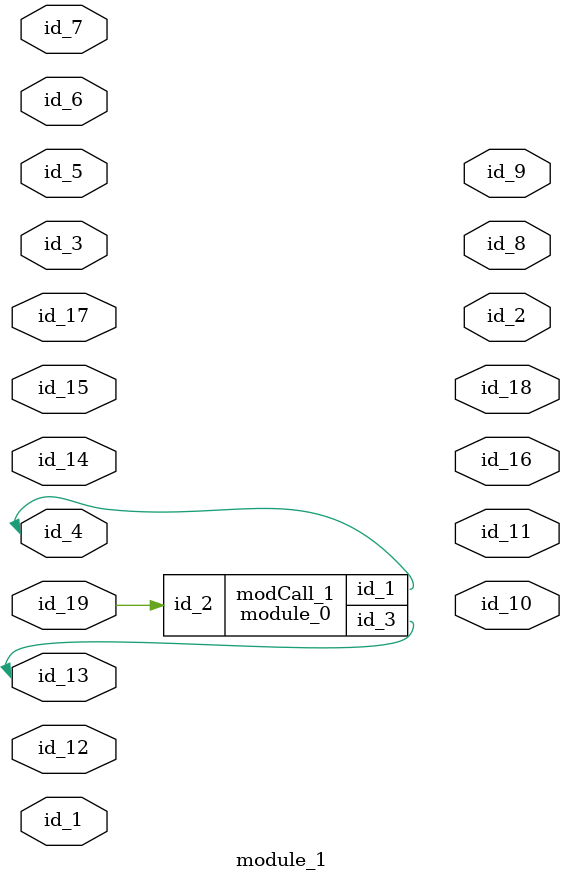
<source format=v>
module module_0 (
    id_1,
    id_2,
    id_3
);
  inout wire id_3;
  input wire id_2;
  inout wire id_1;
endmodule
module module_1 (
    id_1,
    id_2,
    id_3,
    id_4,
    id_5,
    id_6,
    id_7,
    id_8,
    id_9,
    id_10,
    id_11,
    id_12,
    id_13,
    id_14,
    id_15,
    id_16,
    id_17,
    id_18,
    id_19
);
  inout wire id_19;
  output wire id_18;
  inout wire id_17;
  output wire id_16;
  input wire id_15;
  inout wire id_14;
  inout wire id_13;
  inout wire id_12;
  output wire id_11;
  output wire id_10;
  output wire id_9;
  output wire id_8;
  inout wire id_7;
  input wire id_6;
  inout wire id_5;
  inout wire id_4;
  inout wire id_3;
  output wire id_2;
  inout wire id_1;
  module_0 modCall_1 (
      id_4,
      id_19,
      id_13
  );
endmodule

</source>
